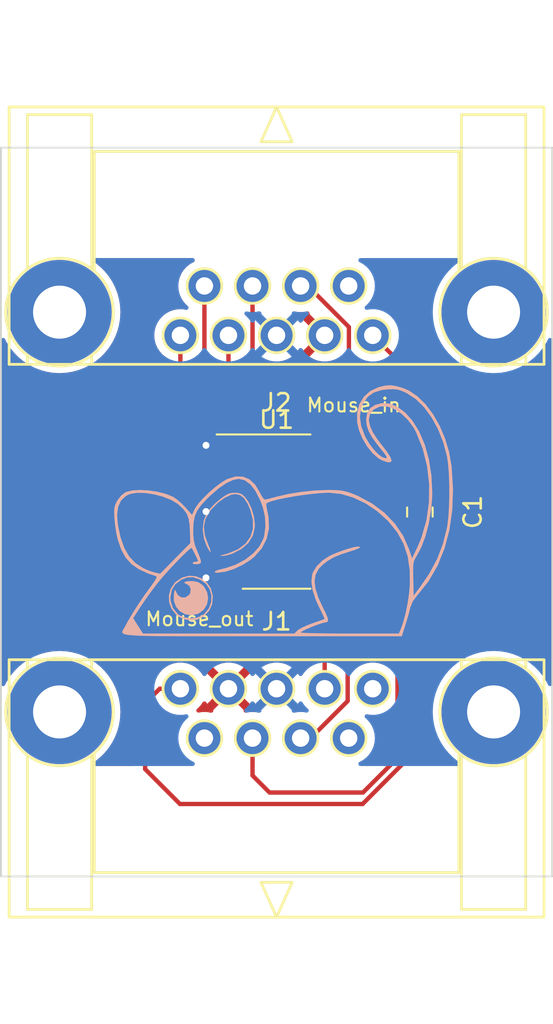
<source format=kicad_pcb>
(kicad_pcb (version 20221018) (generator pcbnew)
  (layers (0 "F.Cu" signal) (31 "B.Cu" signal) (34 "B.Paste" user) (35 "F.Paste" user) (36 "B.SilkS" user "B.Silkscreen") (37 "F.SilkS" user "F.Silkscreen") (38 "B.Mask" user) (39 "F.Mask" user) (44 "Edge.Cuts" user))
  (net 0 "")
  (net 1 "VCC")
  (net 2 "GND")
  (net 3 "/MOUSE_ID")
  (net 4 "/XDIR_OUT")
  (net 5 "/XMOVE_OUT")
  (net 7 "/BUTTON")
  (net 8 "/YDIR_OUT")
  (net 9 "/YMOVE_OUT")
  (net 10 "/XDIR_IN")
  (net 11 "/XMOVE_IN")
  (net 13 "/YDIR_IN")
  (net 14 "/YMOVE_IN")
  (footprint "localfootprints:SOIC-14_3.9x8.7mm_P1.27mm" (layer "F.Cu") (at 50.8 66.0146)
    (fp_text reference "U1" (at 0 -5.28) (layer "F.SilkS"))
    (fp_text value "74LS125")
    (fp_line (start 0 -4.435) (end -3.45 -4.435) (stroke (width 0.12)) (layer "F.SilkS"))
    (fp_line (start 0 -4.435) (end 1.95 -4.435) (stroke (width 0.12)) (layer "F.SilkS"))
    (fp_line (start 0 4.435) (end -1.95 4.435) (stroke (width 0.12)) (layer "F.SilkS"))
    (fp_line (start 0 4.435) (end 1.95 4.435) (stroke (width 0.12)) (layer "F.SilkS"))
    (pad "1" smd roundrect (at -2.475 -3.81) (size 1.95 0.6) (layers "F.Cu" "F.Paste" "F.Mask") (net 2 "GND"))
    (pad "2" smd roundrect (at -2.475 -2.54) (size 1.95 0.6) (layers "F.Cu" "F.Paste" "F.Mask") (net 11 "/XMOVE_IN"))
    (pad "3" smd roundrect (at -2.475 -1.27) (size 1.95 0.6) (layers "F.Cu" "F.Paste" "F.Mask") (net 5 "/XMOVE_OUT"))
    (pad "4" smd roundrect (at -2.475 0) (size 1.95 0.6) (layers "F.Cu" "F.Paste" "F.Mask") (net 2 "GND"))
    (pad "5" smd roundrect (at -2.475 1.27) (size 1.95 0.6) (layers "F.Cu" "F.Paste" "F.Mask") (net 14 "/YMOVE_IN"))
    (pad "6" smd roundrect (at -2.475 2.54) (size 1.95 0.6) (layers "F.Cu" "F.Paste" "F.Mask") (net 9 "/YMOVE_OUT"))
    (pad "7" smd roundrect (at -2.475 3.81) (size 1.95 0.6) (layers "F.Cu" "F.Paste" "F.Mask") (net 2 "GND"))
    (pad "8" smd roundrect (at 2.475 3.81) (size 1.95 0.6) (layers "F.Cu" "F.Paste" "F.Mask") (net 4 "/XDIR_OUT"))
    (pad "9" smd roundrect (at 2.475 2.54) (size 1.95 0.6) (layers "F.Cu" "F.Paste" "F.Mask") (net 10 "/XDIR_IN"))
    (pad "10" smd roundrect (at 2.475 1.27) (size 1.95 0.6) (layers "F.Cu" "F.Paste" "F.Mask") (net 2 "GND"))
    (pad "11" smd roundrect (at 2.475 0) (size 1.95 0.6) (layers "F.Cu" "F.Paste" "F.Mask") (net 8 "/YDIR_OUT"))
    (pad "12" smd roundrect (at 2.475 -1.27) (size 1.95 0.6) (layers "F.Cu" "F.Paste" "F.Mask") (net 13 "/YDIR_IN"))
    (pad "13" smd roundrect (at 2.475 -2.54) (size 1.95 0.6) (layers "F.Cu" "F.Paste" "F.Mask") (net 2 "GND"))
    (pad "14" smd roundrect (at 2.475 -3.81) (size 1.95 0.6) (layers "F.Cu" "F.Paste" "F.Mask") (net 1 "VCC"))
  )
  (footprint "localfootprints:CONN_SOCKET_A-DF_09_A_KG-T4S" (layer "F.Cu") (at 50.8 55.88)
    (fp_text reference "J2" (at 0 3.867 180) (layer "F.SilkS"))
    (fp_text value "Mouse_in" (at 4.445 4.012 180) (layer "F.SilkS") (effects (font (size 0.8 0.8) (thickness 0.12))))
    (fp_line (start -15.405001 -13.133) (end 15.404999 -13.133) (stroke (width 0.16)) (layer "F.SilkS"))
    (fp_line (start -15.405001 1.667) (end -15.405001 -13.133) (stroke (width 0.16)) (layer "F.SilkS"))
    (fp_line (start -14.350001 -12.693) (end -14.350001 -3.820466) (stroke (width 0.16)) (layer "F.SilkS"))
    (fp_line (start -14.350001 1.667) (end -14.350001 1.154466) (stroke (width 0.16)) (layer "F.SilkS"))
    (fp_line (start -10.650002 -12.693) (end -14.350001 -12.693) (stroke (width 0.16)) (layer "F.SilkS"))
    (fp_line (start -10.650002 -3.820472) (end -10.650002 -12.693) (stroke (width 0.16)) (layer "F.SilkS"))
    (fp_line (start -10.650002 1.667) (end -10.650002 1.154472) (stroke (width 0.16)) (layer "F.SilkS"))
    (fp_line (start -10.500002 -10.573) (end -10.500002 -3.701548) (stroke (width 0.16)) (layer "F.SilkS"))
    (fp_line (start -0.9 -11.133) (end 0.9 -11.133) (stroke (width 0.16)) (layer "F.SilkS"))
    (fp_line (start 0 -13.133) (end -0.9 -11.133) (stroke (width 0.16)) (layer "F.SilkS"))
    (fp_line (start 0.9 -11.133) (end 0 -13.133) (stroke (width 0.16)) (layer "F.SilkS"))
    (fp_line (start 10.499998 -10.573) (end -10.500002 -10.573) (stroke (width 0.16)) (layer "F.SilkS"))
    (fp_line (start 10.499998 -3.701544) (end 10.499998 -10.573) (stroke (width 0.16)) (layer "F.SilkS"))
    (fp_line (start 10.649998 -12.693) (end 14.349998 -12.693) (stroke (width 0.16)) (layer "F.SilkS"))
    (fp_line (start 10.649998 -3.820469) (end 10.649998 -12.693) (stroke (width 0.16)) (layer "F.SilkS"))
    (fp_line (start 10.649998 1.667) (end 10.649998 1.154469) (stroke (width 0.16)) (layer "F.SilkS"))
    (fp_line (start 14.349998 -12.693) (end 14.349998 -3.820468) (stroke (width 0.16)) (layer "F.SilkS"))
    (fp_line (start 14.349998 1.667) (end 14.349998 1.154468) (stroke (width 0.16)) (layer "F.SilkS"))
    (fp_line (start 15.404999 -13.133) (end 15.404999 1.667) (stroke (width 0.16)) (layer "F.SilkS"))
    (fp_line (start 15.404999 1.667) (end -15.405001 1.667) (stroke (width 0.16)) (layer "F.SilkS"))
    (fp_circle (center -12.499998 -1.333) (end -9.399998 -1.333) (stroke (width 0.16)) (fill none) (layer "F.SilkS"))
    (fp_circle (center -5.540003 -0.0005) (end -4.540003 -0.0005) (stroke (width 0.16)) (fill none) (layer "F.SilkS"))
    (fp_circle (center -4.155003 -2.8405) (end -3.155003 -2.8405) (stroke (width 0.16)) (fill none) (layer "F.SilkS"))
    (fp_circle (center -2.770003 -0.0005) (end -1.770003 -0.0005) (stroke (width 0.16)) (fill none) (layer "F.SilkS"))
    (fp_circle (center -1.385003 -2.8405) (end -0.385003 -2.8405) (stroke (width 0.16)) (fill none) (layer "F.SilkS"))
    (fp_circle (center -0.000003 -0.0005) (end 0.999997 -0.0005) (stroke (width 0.16)) (fill none) (layer "F.SilkS"))
    (fp_circle (center 1.384997 -2.8405) (end 2.384997 -2.8405) (stroke (width 0.16)) (fill none) (layer "F.SilkS"))
    (fp_circle (center 2.769997 -0.0005) (end 3.769997 -0.0005) (stroke (width 0.16)) (fill none) (layer "F.SilkS"))
    (fp_circle (center 4.154997 -2.8405) (end 5.154997 -2.8405) (stroke (width 0.16)) (fill none) (layer "F.SilkS"))
    (fp_circle (center 5.539997 -0.0005) (end 6.539997 -0.0005) (stroke (width 0.16)) (fill none) (layer "F.SilkS"))
    (fp_circle (center 12.499998 -1.333) (end 15.599998 -1.333) (stroke (width 0.16)) (fill none) (layer "F.SilkS"))
    (pad "1" thru_hole circle (at 5.54 0 180) (size 2 2) (drill 1) (layers "*.Cu" "*.Mask") (net 3 "/MOUSE_ID"))
    (pad "2" thru_hole circle (at 2.77 0 180) (size 2 2) (drill 1) (layers "*.Cu" "*.Mask") (net 1 "VCC"))
    (pad "3" thru_hole circle (at 0 0 180) (size 2 2) (drill 1) (layers "*.Cu" "*.Mask") (net 2 "GND"))
    (pad "4" thru_hole circle (at -2.77 0 180) (size 2 2) (drill 1) (layers "*.Cu" "*.Mask") (net 10 "/XDIR_IN"))
    (pad "5" thru_hole circle (at -5.54 0 180) (size 2 2) (drill 1) (layers "*.Cu" "*.Mask") (net 11 "/XMOVE_IN"))
    (pad "6" thru_hole circle (at 4.155 -2.84 180) (size 2 2) (drill 1) (layers "*.Cu" "*.Mask"))
    (pad "7" thru_hole circle (at 1.385 -2.84 180) (size 2 2) (drill 1) (layers "*.Cu" "*.Mask") (net 7 "/BUTTON"))
    (pad "8" thru_hole circle (at -1.385 -2.84 180) (size 2 2) (drill 1) (layers "*.Cu" "*.Mask") (net 13 "/YDIR_IN"))
    (pad "9" thru_hole circle (at -4.155 -2.84 180) (size 2 2) (drill 1) (layers "*.Cu" "*.Mask") (net 14 "/YMOVE_IN"))
    (pad "10" thru_hole circle (at 12.5 -1.333 180) (size 6 6) (drill 3.05) (layers "*.Cu" "*.Mask"))
    (pad "11" thru_hole circle (at -12.5 -1.333 180) (size 6 6) (drill 3.05) (layers "*.Cu" "*.Mask"))
  )
  (footprint "localfootprints:C_0805_2012Metric_Pad1.18x1.45mm_HandSolder" (layer "F.Cu") (at 59.055 66.04 90)
    (fp_text reference "C1" (at 0 3.048 90) (layer "F.SilkS"))
    (fp_text value "100nF")
    (fp_line (start -0.261252 -0.735) (end 0.261252 -0.735) (stroke (width 0.12)) (layer "F.SilkS"))
    (fp_line (start -0.261252 0.735) (end 0.261252 0.735) (stroke (width 0.12)) (layer "F.SilkS"))
    (pad "1" smd roundrect (at -1.0375 0 90) (size 1.175 1.45) (layers "F.Cu" "F.Paste" "F.Mask") (roundrect_rratio 0.2127659574) (net 1 "VCC"))
    (pad "2" smd roundrect (at 1.0375 0 90) (size 1.175 1.45) (layers "F.Cu" "F.Paste" "F.Mask") (roundrect_rratio 0.2127659574) (net 2 "GND"))
  )
  (footprint "localfootprints:CONN_PLUG_A_DS_09_A_KG_T2S" (layer "F.Cu") (at 50.8 76.2 180)
    (fp_text reference "J1" (at 0 3.867) (layer "F.SilkS"))
    (fp_text value "Mouse_out" (at 4.445 4.012) (layer "F.SilkS") (effects (font (size 0.8 0.8) (thickness 0.12))))
    (fp_line (start -15.405001 -13.133) (end 15.404999 -13.133) (stroke (width 0.16)) (layer "F.SilkS"))
    (fp_line (start -15.405001 1.667) (end -15.405001 -13.133) (stroke (width 0.16)) (layer "F.SilkS"))
    (fp_line (start -14.350001 -12.693) (end -14.350001 -3.820466) (stroke (width 0.16)) (layer "F.SilkS"))
    (fp_line (start -14.350001 1.667) (end -14.350001 1.154466) (stroke (width 0.16)) (layer "F.SilkS"))
    (fp_line (start -10.650002 -12.693) (end -14.350001 -12.693) (stroke (width 0.16)) (layer "F.SilkS"))
    (fp_line (start -10.650002 -3.820472) (end -10.650002 -12.693) (stroke (width 0.16)) (layer "F.SilkS"))
    (fp_line (start -10.650002 1.667) (end -10.650002 1.154472) (stroke (width 0.16)) (layer "F.SilkS"))
    (fp_line (start -10.500002 -10.573) (end -10.500002 -3.701548) (stroke (width 0.16)) (layer "F.SilkS"))
    (fp_line (start -0.9 -11.133) (end 0.9 -11.133) (stroke (width 0.16)) (layer "F.SilkS"))
    (fp_line (start 0 -13.133) (end -0.9 -11.133) (stroke (width 0.16)) (layer "F.SilkS"))
    (fp_line (start 0.9 -11.133) (end 0 -13.133) (stroke (width 0.16)) (layer "F.SilkS"))
    (fp_line (start 10.499998 -10.573) (end -10.500002 -10.573) (stroke (width 0.16)) (layer "F.SilkS"))
    (fp_line (start 10.499998 -3.701544) (end 10.499998 -10.573) (stroke (width 0.16)) (layer "F.SilkS"))
    (fp_line (start 10.649998 -12.693) (end 14.349998 -12.693) (stroke (width 0.16)) (layer "F.SilkS"))
    (fp_line (start 10.649998 -3.820469) (end 10.649998 -12.693) (stroke (width 0.16)) (layer "F.SilkS"))
    (fp_line (start 10.649998 1.667) (end 10.649998 1.154469) (stroke (width 0.16)) (layer "F.SilkS"))
    (fp_line (start 14.349998 -12.693) (end 14.349998 -3.820468) (stroke (width 0.16)) (layer "F.SilkS"))
    (fp_line (start 14.349998 1.667) (end 14.349998 1.154468) (stroke (width 0.16)) (layer "F.SilkS"))
    (fp_line (start 15.404999 -13.133) (end 15.404999 1.667) (stroke (width 0.16)) (layer "F.SilkS"))
    (fp_line (start 15.404999 1.667) (end -15.405001 1.667) (stroke (width 0.16)) (layer "F.SilkS"))
    (fp_circle (center -12.499998 -1.333) (end -9.399998 -1.333) (stroke (width 0.16)) (fill none) (layer "F.SilkS"))
    (fp_circle (center -5.540003 -0.0005) (end -4.540003 -0.0005) (stroke (width 0.16)) (fill none) (layer "F.SilkS"))
    (fp_circle (center -4.155003 -2.8405) (end -3.155003 -2.8405) (stroke (width 0.16)) (fill none) (layer "F.SilkS"))
    (fp_circle (center -2.770003 -0.0005) (end -1.770003 -0.0005) (stroke (width 0.16)) (fill none) (layer "F.SilkS"))
    (fp_circle (center -1.385003 -2.8405) (end -0.385003 -2.8405) (stroke (width 0.16)) (fill none) (layer "F.SilkS"))
    (fp_circle (center -0.000003 -0.0005) (end 0.999997 -0.0005) (stroke (width 0.16)) (fill none) (layer "F.SilkS"))
    (fp_circle (center 1.384997 -2.8405) (end 2.384997 -2.8405) (stroke (width 0.16)) (fill none) (layer "F.SilkS"))
    (fp_circle (center 2.769997 -0.0005) (end 3.769997 -0.0005) (stroke (width 0.16)) (fill none) (layer "F.SilkS"))
    (fp_circle (center 4.154997 -2.8405) (end 5.154997 -2.8405) (stroke (width 0.16)) (fill none) (layer "F.SilkS"))
    (fp_circle (center 5.539997 -0.0005) (end 6.539997 -0.0005) (stroke (width 0.16)) (fill none) (layer "F.SilkS"))
    (fp_circle (center 12.499998 -1.333) (end 15.599998 -1.333) (stroke (width 0.16)) (fill none) (layer "F.SilkS"))
    (pad "1" thru_hole circle (at 5.54 0) (size 2 2) (drill 1) (layers "*.Cu" "*.Mask") (net 3 "/MOUSE_ID"))
    (pad "2" thru_hole circle (at 2.77 0) (size 2 2) (drill 1) (layers "*.Cu" "*.Mask") (net 1 "VCC"))
    (pad "3" thru_hole circle (at 0 0) (size 2 2) (drill 1) (layers "*.Cu" "*.Mask") (net 2 "GND"))
    (pad "4" thru_hole circle (at -2.77 0) (size 2 2) (drill 1) (layers "*.Cu" "*.Mask") (net 4 "/XDIR_OUT"))
    (pad "5" thru_hole circle (at -5.54 0) (size 2 2) (drill 1) (layers "*.Cu" "*.Mask") (net 5 "/XMOVE_OUT"))
    (pad "6" thru_hole circle (at 4.155 -2.84) (size 2 2) (drill 1) (layers "*.Cu" "*.Mask"))
    (pad "7" thru_hole circle (at 1.385 -2.84) (size 2 2) (drill 1) (layers "*.Cu" "*.Mask") (net 7 "/BUTTON"))
    (pad "8" thru_hole circle (at -1.385 -2.84) (size 2 2) (drill 1) (layers "*.Cu" "*.Mask") (net 8 "/YDIR_OUT"))
    (pad "9" thru_hole circle (at -4.155 -2.84) (size 2 2) (drill 1) (layers "*.Cu" "*.Mask") (net 9 "/YMOVE_OUT"))
    (pad "10" thru_hole circle (at 12.5 -1.333) (size 6 6) (drill 3.05) (layers "*.Cu" "*.Mask"))
    (pad "11" thru_hole circle (at -12.5 -1.333) (size 6 6) (drill 3.05) (layers "*.Cu" "*.Mask"))
  )
  (footprint "localfootprints:Mouse+" (layer "B.Cu") (at 50.8 66.04 180)
    (fp_text reference "Logo1" hide)
    (fp_text value "Mouse-" hide)
    (fp_poly (pts (xy 5.168989 -3.986057) (xy 5.300356 -4.029845) (xy 5.305537 -4.087913) (xy 5.16863 -4.14806) (xy 5.162989 -4.149553) (xy 5.013179 -4.259224) (xy 4.946892 -4.449198) (xy 4.976064 -4.658084) (xy 5.043207 -4.765698) (xy 5.257532 -4.908081) (xy 5.482782 -4.908923) (xy 5.67909 -4.777091) (xy 5.781466 -4.601509) (xy 5.831322 -4.485838) (xy 5.864194 -4.491003) (xy 5.89947 -4.632349) (xy 5.913955 -4.706378) (xy 5.920727 -5.099374) (xy 5.798988 -5.438809) (xy 5.57488 -5.704626) (xy 5.274545 -5.876772) (xy 4.924122 -5.935192) (xy 4.549754 -5.85983) (xy 4.461451 -5.820697) (xy 4.178329 -5.601758) (xy 4.00389 -5.301737) (xy 3.941994 -4.958771) (xy 3.996499 -4.610997) (xy 4.171263 -4.296555) (xy 4.294662 -4.172289) (xy 4.508866 -4.033287) (xy 4.756976 -3.975256) (xy 4.92734 -3.96875)) (fill solid) (layer "B.SilkS"))
    (fp_poly (pts (xy 5.44229 -3.766202) (xy 5.801294 -4.002072) (xy 5.860855 -4.059637) (xy 6.099526 -4.407379) (xy 6.206417 -4.800879) (xy 6.186356 -5.20503) (xy 6.044172 -5.584722) (xy 5.784693 -5.904845) (xy 5.58764 -6.046347) (xy 5.25103 -6.181333) (xy 4.888813 -6.233125) (xy 4.596889 -6.197241) (xy 4.185444 -5.99314) (xy 3.883881 -5.686137) (xy 3.706768 -5.297872) (xy 3.668673 -4.849986) (xy 3.6711 -4.821965) (xy 3.67428 -4.809722) (xy 3.754016 -4.809722) (xy 3.771544 -5.186535) (xy 3.906982 -5.544761) (xy 4.161671 -5.851761) (xy 4.310406 -5.961291) (xy 4.613016 -6.076208) (xy 4.972599 -6.104599) (xy 5.328715 -6.050542) (xy 5.620928 -5.918114) (xy 5.681767 -5.868763) (xy 5.96073 -5.523764) (xy 6.094787 -5.13398) (xy 6.111578 -4.905348) (xy 6.038047 -4.492225) (xy 5.825691 -4.149054) (xy 5.485707 -3.893884) (xy 5.48315 -3.892576) (xy 5.134014 -3.75971) (xy 4.811225 -3.750656) (xy 4.456522 -3.865499) (xy 4.395456 -3.894146) (xy 4.067315 -4.130888) (xy 3.853053 -4.44696) (xy 3.754016 -4.809722) (xy 3.67428 -4.809722) (xy 3.780547 -4.400639) (xy 4.001674 -4.064447) (xy 4.306447 -3.823147) (xy 4.666831 -3.686499) (xy 5.05479 -3.664264)) (fill solid) (layer "B.SilkS"))
    (fp_poly (pts (xy 2.615969 1.097083) (xy 2.79969 1.040245) (xy 3.008022 0.919238) (xy 3.269731 0.727519) (xy 3.552159 0.48385) (xy 3.815981 0.210293) (xy 4.005155 -0.034909) (xy 4.008437 -0.040163) (xy 4.19872 -0.492008) (xy 4.25729 -0.999963) (xy 4.183252 -1.530205) (xy 4.057194 -1.885156) (xy 3.945473 -2.110236) (xy 3.85023 -2.261547) (xy 3.803877 -2.301875) (xy 3.798601 -2.237386) (xy 3.852175 -2.070116) (xy 3.930744 -1.8857) (xy 4.128492 -1.340676) (xy 4.184038 -0.852874) (xy 4.095782 -0.405806) (xy 3.862123 0.017014) (xy 3.730164 0.180122) (xy 3.360843 0.545238) (xy 2.983302 0.820606) (xy 2.626571 0.987983) (xy 2.374697 1.031875) (xy 2.105948 0.973407) (xy 1.873474 0.789921) (xy 1.665873 0.469298) (xy 1.514291 0.117324) (xy 1.366399 -0.454116) (xy 1.366243 -0.971698) (xy 1.509971 -1.428721) (xy 1.793734 -1.818484) (xy 2.213682 -2.134284) (xy 2.765965 -2.369418) (xy 2.976562 -2.428158) (xy 3.185292 -2.484489) (xy 3.247338 -2.516064) (xy 3.171798 -2.528693) (xy 3.135312 -2.529536) (xy 2.915042 -2.501905) (xy 2.641003 -2.428775) (xy 2.534874 -2.390795) (xy 2.010018 -2.119888) (xy 1.618049 -1.772813) (xy 1.363746 -1.355751) (xy 1.251888 -0.874885) (xy 1.246774 -0.724514) (xy 1.298554 -0.273551) (xy 1.433313 0.189619) (xy 1.6294 0.605017) (xy 1.822057 0.869307) (xy 2.003804 1.029649) (xy 2.197514 1.098965) (xy 2.408609 1.11125)) (fill solid) (layer "B.SilkS"))
    (fp_poly (pts (xy -6.28916 7.276679) (xy -5.965238 7.203184) (xy -5.868313 7.175312) (xy -5.398483 6.960313) (xy -5.028752 6.632417) (xy -4.770879 6.210624) (xy -4.636619 5.713936) (xy -4.635161 5.1824) (xy -4.7431 4.709674) (xy -4.944003 4.227417) (xy -5.214247 3.771814) (xy -5.530209 3.379047) (xy -5.868263 3.085301) (xy -6.081065 2.967739) (xy -6.385498 2.864829) (xy -6.566706 2.861923) (xy -6.62468 2.958929) (xy -6.559415 3.155757) (xy -6.370901 3.452315) (xy -6.147259 3.74181) (xy -5.790227 4.205886) (xy -5.542575 4.592322) (xy -5.391831 4.925236) (xy -5.325523 5.228743) (xy -5.319869 5.341759) (xy -5.389956 5.652312) (xy -5.592413 5.89275) (xy -5.909645 6.045029) (xy -6.032131 6.072126) (xy -6.400994 6.058653) (xy -6.795142 5.912903) (xy -7.189751 5.653232) (xy -7.559997 5.297996) (xy -7.881056 4.865551) (xy -8.031471 4.593723) (xy -8.416206 3.637201) (xy -8.668463 2.626937) (xy -8.787953 1.587643) (xy -8.774388 0.544031) (xy -8.627479 -0.479189) (xy -8.346938 -1.457304) (xy -8.108723 -2.024062) (xy -7.805562 -2.659062) (xy -7.624931 -2.117259) (xy -7.290877 -1.36196) (xy -6.818529 -0.668158) (xy -6.220501 -0.048081) (xy -5.50941 0.486043) (xy -4.69787 0.921988) (xy -4.335714 1.070758) (xy -4.05178 1.167114) (xy -3.786394 1.227132) (xy -3.48552 1.258666) (xy -3.095123 1.269573) (xy -2.965094 1.27) (xy -2.210192 1.240887) (xy -1.414278 1.159335) (xy -0.643049 1.034033) (xy 0.037796 0.873664) (xy 0.042219 0.872401) (xy 0.325669 0.794551) (xy 0.552534 0.738119) (xy 0.676757 0.714506) (xy 0.68071 0.714376) (xy 0.759265 0.780512) (xy 0.870177 0.950712) (xy 0.950424 1.106819) (xy 1.227177 1.566461) (xy 1.555569 1.876957) (xy 1.932949 2.037267) (xy 2.356667 2.046351) (xy 2.824071 1.903169) (xy 2.895055 1.869833) (xy 3.192325 1.69082) (xy 3.534558 1.43259) (xy 3.888346 1.126377) (xy 4.220283 0.803414) (xy 4.496965 0.494933) (xy 4.684984 0.232167) (xy 4.721083 0.162585) (xy 4.867373 -0.16183) (xy 5.260505 0.279254) (xy 5.502584 0.524796) (xy 5.755602 0.740437) (xy 5.959632 0.876445) (xy 6.371683 1.042286) (xy 6.851951 1.165526) (xy 7.360045 1.242577) (xy 7.855573 1.269847) (xy 8.298146 1.243748) (xy 8.647371 1.160688) (xy 8.730509 1.122733) (xy 8.964686 0.93628) (xy 9.17032 0.667229) (xy 9.193251 0.626639) (xy 9.286253 0.435886) (xy 9.337974 0.259822) (xy 9.355638 0.047262) (xy 9.346468 -0.252979) (xy 9.337698 -0.396875) (xy 9.296803 -0.797331) (xy 9.230152 -1.218468) (xy 9.151576 -1.574058) (xy 9.145144 -1.59725) (xy 8.946162 -2.166042) (xy 8.691905 -2.624252) (xy 8.360377 -2.99266) (xy 7.929581 -3.292045) (xy 7.377521 -3.543186) (xy 6.922738 -3.696672) (xy 6.917017 -3.771383) (xy 7.014166 -3.953841) (xy 7.209207 -4.235304) (xy 7.292549 -4.346253) (xy 7.632464 -4.813285) (xy 7.984589 -5.333899) (xy 8.317057 -5.85855) (xy 8.598004 -6.337694) (xy 8.719652 -6.565119) (xy 8.772581 -6.658888) (xy 8.82437 -6.742025) (xy 8.866372 -6.815166) (xy 8.889942 -6.878944) (xy 8.886432 -6.933995) (xy 8.847195 -6.980954) (xy 8.763584 -7.020454) (xy 8.626953 -7.053131) (xy 8.428654 -7.07962) (xy 8.160041 -7.100554) (xy 7.812468 -7.11657) (xy 7.377286 -7.128301) (xy 6.84585 -7.136383) (xy 6.209512 -7.141449) (xy 5.459626 -7.144135) (xy 4.587545 -7.145076) (xy 3.584621 -7.144906) (xy 2.442209 -7.14426) (xy 1.151661 -7.143772) (xy 0.83689 -7.14375) (xy -7.216219 -7.14375) (xy -7.420113 -6.498311) (xy -7.527591 -6.145169) (xy -7.626044 -5.799353) (xy -7.696858 -5.526668) (xy -7.705243 -5.49038) (xy -7.841146 -5.142304) (xy -8.103267 -4.789823) (xy -8.138292 -4.751772) (xy -8.763213 -3.968854) (xy -9.276564 -3.080166) (xy -9.675834 -2.095293) (xy -9.958514 -1.02382) (xy -10.122096 0.124667) (xy -10.150051 0.934507) (xy -9.947692 0.934507) (xy -9.930382 0.296346) (xy -9.893091 -0.286591) (xy -9.835851 -0.771769) (xy -9.813627 -0.897889) (xy -9.576542 -1.842226) (xy -9.242557 -2.709541) (xy -8.792281 -3.543032) (xy -8.308624 -4.250464) (xy -7.897813 -4.802187) (xy -7.883239 -4.167187) (xy -7.674694 -4.167187) (xy -7.62925 -4.690463) (xy -7.544321 -5.257366) (xy -7.430038 -5.819016) (xy -7.296533 -6.326529) (xy -7.153937 -6.731022) (xy -7.133868 -6.776555) (xy -7.038894 -6.985) (xy -4.247051 -6.985) (xy -3.596191 -6.983434) (xy -2.995924 -6.978985) (xy -2.46466 -6.972018) (xy -2.020807 -6.962903) (xy -1.682774 -6.952007) (xy -1.468969 -6.939698) (xy -1.398264 -6.928055) (xy -1.441541 -6.879136) (xy -1.597739 -6.793705) (xy -1.829723 -6.687069) (xy -2.100359 -6.574533) (xy -2.372513 -6.471403) (xy -2.609051 -6.392985) (xy -2.772837 -6.354585) (xy -2.793285 -6.353061) (xy -2.920996 -6.323048) (xy -2.967805 -6.228075) (xy -2.931643 -6.04928) (xy -2.810435 -5.767802) (xy -2.706357 -5.561591) (xy -2.417783 -4.946001) (xy -2.245669 -4.423725) (xy -2.189508 -3.980744) (xy -2.248796 -3.603035) (xy -2.423028 -3.276579) (xy -2.616555 -3.067928) (xy -2.93241 -2.815938) (xy -3.28109 -2.612855) (xy -3.707493 -2.435864) (xy -4.128461 -2.299594) (xy -4.495509 -2.181848) (xy -4.726874 -2.088749) (xy -4.817147 -2.023428) (xy -4.760916 -1.989015) (xy -4.673216 -1.984375) (xy -4.47211 -2.014432) (xy -4.171931 -2.09446) (xy -3.818352 -2.209242) (xy -3.457049 -2.343562) (xy -3.133696 -2.482204) (xy -3.03668 -2.529577) (xy -2.639506 -2.789006) (xy -2.31368 -3.112191) (xy -2.095741 -3.460306) (xy -2.053712 -3.574081) (xy -2.003821 -3.992849) (xy -2.074766 -4.495797) (xy -2.263378 -5.067981) (xy -2.461437 -5.497236) (xy -2.602008 -5.778849) (xy -2.706245 -6.000383) (xy -2.759134 -6.129287) (xy -2.761909 -6.148675) (xy -2.6814 -6.180366) (xy -2.485676 -6.250369) (xy -2.209928 -6.346204) (xy -2.06375 -6.39626) (xy -1.736073 -6.520931) (xy -1.448279 -6.653608) (xy -1.247989 -6.771539) (xy -1.206861 -6.805624) (xy -1.02466 -6.985) (xy 3.334918 -6.985) (xy 7.694496 -6.985) (xy 7.976728 -6.543801) (xy 8.258959 -6.102603) (xy 7.810361 -5.412707) (xy 7.550631 -5.030001) (xy 7.240988 -4.598477) (xy 6.933933 -4.190615) (xy 6.821833 -4.048125) (xy 6.596919 -3.77861) (xy 6.32809 -3.47432) (xy 6.035368 -3.155816) (xy 5.738776 -2.843662) (xy 5.458334 -2.55842) (xy 5.214064 -2.320655) (xy 5.025989 -2.150928) (xy 4.914129 -2.069803) (xy 4.893756 -2.067927) (xy 4.836451 -2.16117) (xy 4.743649 -2.337331) (xy 4.64257 -2.541379) (xy 4.560438 -2.718284) (xy 4.524473 -2.813018) (xy 4.524375 -2.81465) (xy 4.591117 -2.849515) (xy 4.683125 -2.8575) (xy 4.812072 -2.89282) (xy 4.841875 -2.941904) (xy 4.772831 -2.993335) (xy 4.60153 -3.00295) (xy 4.583906 -3.001435) (xy 4.440034 -2.977588) (xy 4.364209 -2.9225) (xy 4.356178 -2.809365) (xy 4.415688 -2.611378) (xy 4.542487 -2.301734) (xy 4.576567 -2.2225) (xy 4.69613 -1.914879) (xy 4.728013 -1.785937) (xy 4.972409 -1.785937) (xy 5.838923 -2.666207) (xy 6.705436 -3.546476) (xy 7.010126 -3.478017) (xy 7.268257 -3.398776) (xy 7.567254 -3.27793) (xy 7.688876 -3.220007) (xy 8.128844 -2.933724) (xy 8.485151 -2.556069) (xy 8.766756 -2.07186) (xy 8.982618 -1.465911) (xy 9.133676 -0.771239) (xy 9.184995 -0.184568) (xy 9.12382 0.296764) (xy 8.95128 0.66982) (xy 8.668507 0.931662) (xy 8.437593 1.037105) (xy 8.04913 1.103971) (xy 7.573396 1.093525) (xy 7.055797 1.015626) (xy 6.541738 0.88013) (xy 6.076623 0.696895) (xy 5.705859 0.47578) (xy 5.652259 0.432387) (xy 5.367067 0.163427) (xy 5.178474 -0.091821) (xy 5.066196 -0.379642) (xy 5.009947 -0.746322) (xy 4.993138 -1.071562) (xy 4.972409 -1.785937) (xy 4.728013 -1.785937) (xy 4.764436 -1.638637) (xy 4.794496 -1.324371) (xy 4.799766 -1.031875) (xy 4.781209 -0.606364) (xy 4.712845 -0.253094) (xy 4.576722 0.06426) (xy 4.354887 0.382024) (xy 4.029388 0.736523) (xy 3.829034 0.932329) (xy 3.345599 1.352292) (xy 2.895228 1.660349) (xy 2.493265 1.847458) (xy 2.178965 1.905) (xy 1.836377 1.826755) (xy 1.514941 1.594495) (xy 1.217821 1.211932) (xy 0.94818 0.682777) (xy 0.796032 0.282244) (xy 0.669968 -0.264402) (xy 0.642364 -0.837172) (xy 0.714446 -1.372515) (xy 0.760949 -1.531985) (xy 0.987689 -1.969515) (xy 1.346419 -2.377323) (xy 1.810712 -2.735963) (xy 2.35414 -3.025987) (xy 2.950277 -3.22795) (xy 3.115468 -3.264589) (xy 3.372475 -3.329304) (xy 3.530814 -3.396451) (xy 3.574932 -3.45332) (xy 3.489273 -3.487204) (xy 3.393281 -3.491557) (xy 2.950009 -3.432548) (xy 2.452089 -3.273768) (xy 1.947855 -3.03626) (xy 1.485643 -2.741066) (xy 1.275534 -2.569589) (xy 0.851719 -2.089554) (xy 0.571499 -1.546541) (xy 0.438683 -0.952818) (xy 0.457084 -0.320655) (xy 0.502582 -0.081186) (xy 0.558802 0.18751) (xy 0.58997 0.391796) (xy 0.58968 0.485364) (xy 0.473769 0.558674) (xy 0.226599 0.641755) (xy -0.124994 0.72998) (xy -0.554174 0.818722) (xy -1.034103 0.903354) (xy -1.537947 0.979248) (xy -2.038867 1.041777) (xy -2.510029 1.086315) (xy -2.924595 1.108233) (xy -3.031364 1.109701) (xy -3.717184 1.038086) (xy -4.424305 0.828729) (xy -5.125172 0.494935) (xy -5.792234 0.050007) (xy -6.397935 -0.492748) (xy -6.438795 -0.535621) (xy -6.941689 -1.157713) (xy -7.310005 -1.822096) (xy -7.550024 -2.547225) (xy -7.668025 -3.351556) (xy -7.674694 -4.167187) (xy -7.883239 -4.167187) (xy -7.875542 -3.831809) (xy -7.867969 -3.420022) (xy -7.870796 -3.131798) (xy -7.88893 -2.932045) (xy -7.927276 -2.785671) (xy -7.990742 -2.657584) (xy -8.053529 -2.558822) (xy -8.332369 -2.040739) (xy -8.571999 -1.403972) (xy -8.763203 -0.685731) (xy -8.896766 0.076779) (xy -8.963472 0.846349) (xy -8.969375 1.138823) (xy -8.919414 2.115413) (xy -8.77351 3.033581) (xy -8.537638 3.875772) (xy -8.217769 4.624432) (xy -7.819877 5.262007) (xy -7.412394 5.714978) (xy -6.961208 6.055248) (xy -6.515208 6.237926) (xy -6.070839 6.263924) (xy -5.683137 6.159948) (xy -5.389862 5.975046) (xy -5.219467 5.706751) (xy -5.159741 5.33495) (xy -5.159375 5.297302) (xy -5.191461 4.981515) (xy -5.297021 4.662116) (xy -5.490012 4.311034) (xy -5.784389 3.900193) (xy -5.967792 3.671094) (xy -6.184521 3.401278) (xy -6.306922 3.229708) (xy -6.345952 3.135816) (xy -6.312567 3.099035) (xy -6.27435 3.095625) (xy -6.076895 3.162749) (xy -5.836681 3.345991) (xy -5.579237 3.618155) (xy -5.33009 3.952046) (xy -5.114768 4.320469) (xy -5.103592 4.342855) (xy -4.876715 4.933483) (xy -4.801913 5.480502) (xy -4.879089 5.985527) (xy -4.988703 6.250693) (xy -5.250086 6.61875) (xy -5.601558 6.870573) (xy -6.057075 7.014055) (xy -6.406463 7.052512) (xy -6.73558 7.061129) (xy -6.978877 7.037349) (xy -7.208266 6.966715) (xy -7.495661 6.83477) (xy -7.499856 6.832706) (xy -8.012632 6.498973) (xy -8.492239 6.028465) (xy -8.925512 5.441895) (xy -9.299284 4.759971) (xy -9.600388 4.003406) (xy -9.815658 3.19291) (xy -9.816526 3.188608) (xy -9.879439 2.75494) (xy -9.922251 2.206341) (xy -9.944992 1.585351) (xy -9.947692 0.934507) (xy -10.150051 0.934507) (xy -10.164069 1.340582) (xy -10.081925 2.614341) (xy -10.077283 2.655387) (xy -9.935187 3.460476) (xy -9.703372 4.235423) (xy -9.39388 4.96109) (xy -9.018753 5.618341) (xy -8.590031 6.188039) (xy -8.119757 6.651049) (xy -7.619971 6.988234) (xy -7.255206 7.140328) (xy -6.871318 7.246836) (xy -6.570245 7.291758)) (fill solid) (layer "B.SilkS"))
  )
  (gr_rect (start 34.925 45.085) (end 66.675 86.995) (stroke (width 0.1)) (fill none) (layer "Edge.Cuts"))
  (segment (start 48.325 62.2046) (end 46.736 62.2046) (width 0.4) (layer "F.Cu") (net 2))
  (segment (start 48.325 66.0146) (end 46.736 66.0146) (width 0.4) (layer "F.Cu") (net 2))
  (segment (start 48.325 69.8246) (end 46.736 69.8246) (width 0.4) (layer "F.Cu") (net 2))
  (via (at 46.736 66.0146) (size 0.8) (drill 0.4) (layers "F.Cu" "B.Cu") (net 2))
  (via (at 46.736 69.8246) (size 0.8) (drill 0.4) (layers "F.Cu" "B.Cu") (net 2))
  (via (at 46.736 62.2046) (size 0.8) (drill 0.4) (layers "F.Cu" "B.Cu") (net 2))
  (segment (start 43.2308 80.8228) (end 45.2374 82.8294) (width 0.25) (layer "F.Cu") (net 3))
  (segment (start 45.26 76.2) (end 44.069 76.2) (width 0.25) (layer "F.Cu") (net 3))
  (segment (start 58.2168 80.3656) (end 58.2168 71.8566) (width 0.25) (layer "F.Cu") (net 3))
  (segment (start 45.2374 82.8294) (end 55.753 82.8294) (width 0.25) (layer "F.Cu") (net 3))
  (segment (start 58.2168 71.8566) (end 61.8998 68.1736) (width 0.25) (layer "F.Cu") (net 3))
  (segment (start 44.069 76.2) (end 43.2308 77.0382) (width 0.25) (layer "F.Cu") (net 3))
  (segment (start 61.8998 61.4398) (end 56.34 55.88) (width 0.25) (layer "F.Cu") (net 3))
  (segment (start 55.753 82.8294) (end 58.2168 80.3656) (width 0.25) (layer "F.Cu") (net 3))
  (segment (start 43.2308 77.0382) (end 43.2308 80.8228) (width 0.25) (layer "F.Cu") (net 3))
  (segment (start 61.8998 68.1736) (end 61.8998 61.4398) (width 0.25) (layer "F.Cu") (net 3))
  (segment (start 53.57 70.1196) (end 53.57 76.2) (width 0.25) (layer "F.Cu") (net 4))
  (segment (start 53.275 69.8246) (end 53.57 70.1196) (width 0.25) (layer "F.Cu") (net 4))
  (segment (start 54.9656 55.401767) (end 52.603833 53.04) (width 0.25) (layer "F.Cu") (net 7))
  (segment (start 58.039 58.3692) (end 56.1848 58.3692) (width 0.25) (layer "F.Cu") (net 7))
  (segment (start 54.9656 57.15) (end 54.9656 55.401767) (width 0.25) (layer "F.Cu") (net 7))
  (segment (start 55.777004 82.169) (end 57.7668 80.179204) (width 0.25) (layer "F.Cu") (net 7))
  (segment (start 56.1848 58.3692) (end 54.9656 57.15) (width 0.25) (layer "F.Cu") (net 7))
  (segment (start 49.415 81.1904) (end 50.3936 82.169) (width 0.25) (layer "F.Cu") (net 7))
  (segment (start 50.3936 82.169) (end 55.777004 82.169) (width 0.25) (layer "F.Cu") (net 7))
  (segment (start 57.7668 80.179204) (end 57.7668 71.670204) (width 0.25) (layer "F.Cu") (net 7))
  (segment (start 61.4498 61.78) (end 58.039 58.3692) (width 0.25) (layer "F.Cu") (net 7))
  (segment (start 49.415 79.04) (end 49.415 81.1904) (width 0.25) (layer "F.Cu") (net 7))
  (segment (start 52.603833 53.04) (end 52.185 53.04) (width 0.25) (layer "F.Cu") (net 7))
  (segment (start 61.4498 67.987204) (end 61.4498 61.78) (width 0.25) (layer "F.Cu") (net 7))
  (segment (start 57.7668 71.670204) (end 61.4498 67.987204) (width 0.25) (layer "F.Cu") (net 7))
  (segment (start 54.895 76.9056) (end 52.7606 79.04) (width 0.25) (layer "F.Cu") (net 8))
  (segment (start 53.275 66.0146) (end 53.651751 66.0146) (width 0.25) (layer "F.Cu") (net 8))
  (segment (start 54.895 67.257849) (end 54.895 76.9056) (width 0.25) (layer "F.Cu") (net 8))
  (segment (start 52.7606 79.04) (end 52.185 79.04) (width 0.25) (layer "F.Cu") (net 8))
  (segment (start 53.651751 66.0146) (end 54.895 67.257849) (width 0.25) (layer "F.Cu") (net 8))
  (segment (start 48.03 57.655204) (end 48.03 55.88) (width 0.25) (layer "F.Cu") (net 10))
  (segment (start 51.4096 68.5546) (end 50.9778 68.1228) (width 0.25) (layer "F.Cu") (net 10))
  (segment (start 50.9778 68.1228) (end 50.9778 60.603004) (width 0.25) (layer "F.Cu") (net 10))
  (segment (start 50.9778 60.603004) (end 48.03 57.655204) (width 0.25) (layer "F.Cu") (net 10))
  (segment (start 53.275 68.5546) (end 51.4096 68.5546) (width 0.25) (layer "F.Cu") (net 10))
  (segment (start 45.26 61.9732) (end 45.26 55.88) (width 0.25) (layer "F.Cu") (net 11))
  (segment (start 46.7614 63.4746) (end 45.26 61.9732) (width 0.25) (layer "F.Cu") (net 11))
  (segment (start 48.325 63.4746) (end 46.7614 63.4746) (width 0.25) (layer "F.Cu") (net 11))
  (segment (start 51.9176 64.7446) (end 51.4278 64.2548) (width 0.25) (layer "F.Cu") (net 13))
  (segment (start 51.4278 64.2548) (end 51.4278 60.416608) (width 0.25) (layer "F.Cu") (net 13))
  (segment (start 51.4278 60.416608) (end 49.415 58.403808) (width 0.25) (layer "F.Cu") (net 13))
  (segment (start 53.275 64.7446) (end 51.9176 64.7446) (width 0.25) (layer "F.Cu") (net 13))
  (segment (start 49.415 58.403808) (end 49.415 53.04) (width 0.25) (layer "F.Cu") (net 13))
  (segment (start 50.1396 67.2846) (end 50.5278 66.8964) (width 0.25) (layer "F.Cu") (net 14))
  (segment (start 46.645 56.9066) (end 46.645 53.04) (width 0.25) (layer "F.Cu") (net 14))
  (segment (start 48.325 67.2846) (end 50.1396 67.2846) (width 0.25) (layer "F.Cu") (net 14))
  (segment (start 50.5278 66.8964) (end 50.5278 60.7894) (width 0.25) (layer "F.Cu") (net 14))
  (segment (start 50.5278 60.7894) (end 46.645 56.9066) (width 0.25) (layer "F.Cu") (net 14))
  (zone (net 1) (net_name "VCC") (layer "F.Cu") (connect_pads (clearance 0.5)) (min_thickness 0.25) (fill yes (thermal_gap 0.5) (thermal_bridge_width 0.5) (smoothing fillet) (radius 0.508))
    (polygon (pts (xy 34.925 51.435) (xy 66.675 51.435) (xy 66.675 80.645) (xy 34.925 80.645)))
  )
  (zone (net 2) (net_name "GND") (layer "B.Cu") (connect_pads (clearance 0.5)) (min_thickness 0.25) (fill yes (thermal_gap 0.5) (thermal_bridge_width 0.5) (smoothing fillet) (radius 0.508))
    (polygon (pts (xy 34.925 51.435) (xy 66.675 51.435) (xy 66.675 80.645) (xy 34.925 80.645)))
  )
)
</source>
